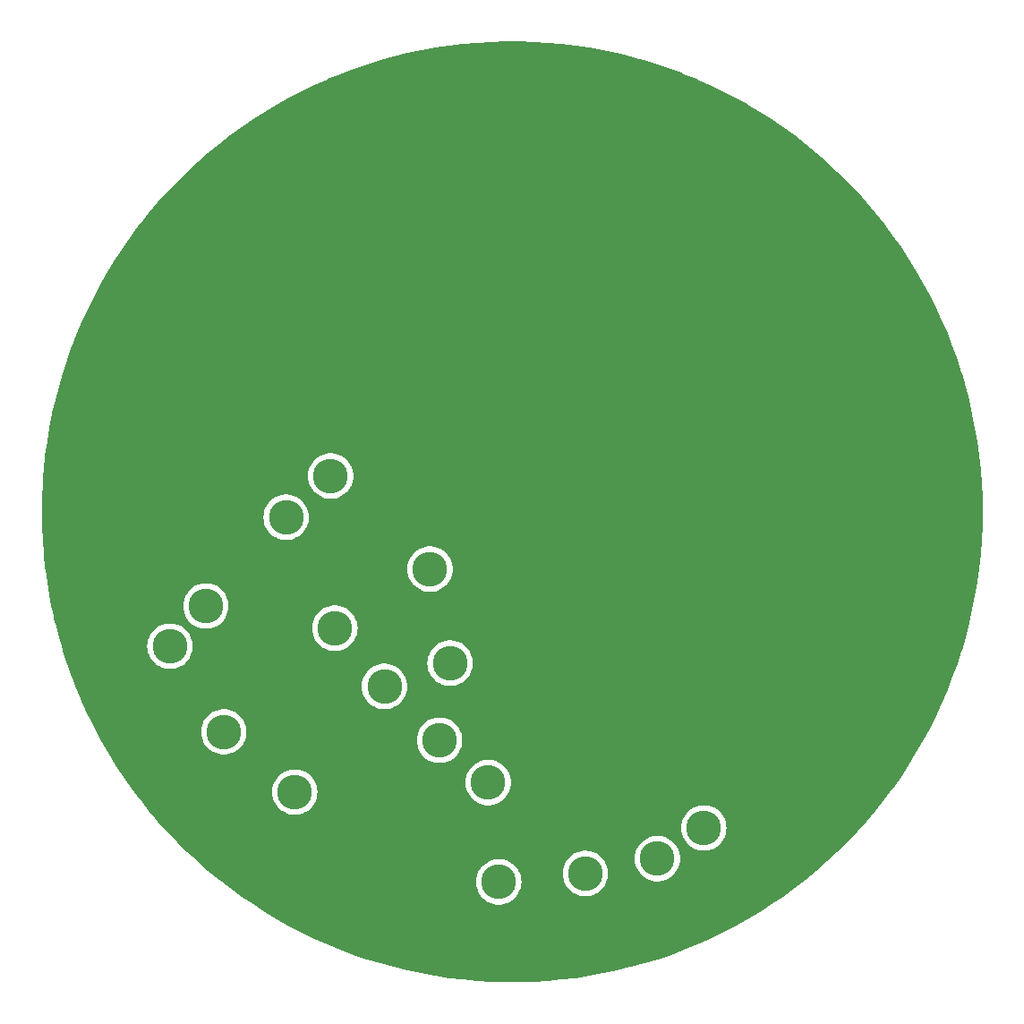
<source format=gbr>
%TF.GenerationSoftware,KiCad,Pcbnew,8.0.5*%
%TF.CreationDate,2024-12-13T13:51:08-05:00*%
%TF.ProjectId,GRRCoaster,47525243-6f61-4737-9465-722e6b696361,rev?*%
%TF.SameCoordinates,Original*%
%TF.FileFunction,Copper,L2,Bot*%
%TF.FilePolarity,Positive*%
%FSLAX46Y46*%
G04 Gerber Fmt 4.6, Leading zero omitted, Abs format (unit mm)*
G04 Created by KiCad (PCBNEW 8.0.5) date 2024-12-13 13:51:08*
%MOMM*%
%LPD*%
G01*
G04 APERTURE LIST*
%TA.AperFunction,ComponentPad*%
%ADD10C,3.290000*%
%TD*%
G04 APERTURE END LIST*
D10*
%TO.P,G1,2,2*%
%TO.N,/Nitin*%
X27322577Y-71607606D03*
X30722577Y-67807606D03*
X32422577Y-79707606D03*
X38322577Y-59407606D03*
X39122577Y-85407606D03*
X42522577Y-55507606D03*
X42922577Y-69907606D03*
X47622577Y-75407606D03*
X51922577Y-64307606D03*
X52822577Y-80507606D03*
X53822577Y-73207606D03*
X57422577Y-84507606D03*
X58422577Y-93907606D03*
X66622577Y-93107606D03*
X73422577Y-91707606D03*
X77822577Y-88807606D03*
%TD*%
%TA.AperFunction,NonConductor*%
G36*
X60367523Y-14405533D02*
G01*
X61694630Y-14445253D01*
X61698330Y-14445419D01*
X63023634Y-14524821D01*
X63027252Y-14525092D01*
X64349629Y-14644107D01*
X64353303Y-14644494D01*
X65671512Y-14803014D01*
X65675109Y-14803501D01*
X66988017Y-15001391D01*
X66991617Y-15001989D01*
X68298019Y-15239066D01*
X68301556Y-15239763D01*
X69600261Y-15515810D01*
X69603831Y-15516624D01*
X70623270Y-15765407D01*
X70893698Y-15831402D01*
X70897288Y-15832336D01*
X71710330Y-16056721D01*
X72177093Y-16185539D01*
X72180610Y-16186566D01*
X73449319Y-16577911D01*
X73452847Y-16579057D01*
X74709309Y-17008190D01*
X74712723Y-17009413D01*
X75714187Y-17385269D01*
X75955750Y-17475930D01*
X75959203Y-17477285D01*
X77187702Y-17980771D01*
X77191113Y-17982229D01*
X78403994Y-18522239D01*
X78407361Y-18523799D01*
X79603527Y-19099842D01*
X79606844Y-19101500D01*
X80785308Y-19713103D01*
X80788501Y-19714821D01*
X81914976Y-20342914D01*
X81948143Y-20361407D01*
X81951355Y-20363262D01*
X83091090Y-21044221D01*
X83094246Y-21046172D01*
X84213045Y-21760888D01*
X84216142Y-21762931D01*
X85313161Y-22510866D01*
X85316194Y-22513002D01*
X86390257Y-23293355D01*
X86393226Y-23295580D01*
X87443523Y-24107760D01*
X87446423Y-24110073D01*
X88471929Y-24953289D01*
X88474759Y-24955688D01*
X89474590Y-25829215D01*
X89477347Y-25831698D01*
X90450559Y-26734707D01*
X90453241Y-26737270D01*
X91399077Y-27669060D01*
X91401635Y-27671657D01*
X91892025Y-28184564D01*
X92319173Y-28631326D01*
X92321696Y-28634046D01*
X93210063Y-29620678D01*
X93212504Y-29623472D01*
X94070964Y-30636245D01*
X94073320Y-30639110D01*
X94901102Y-31677116D01*
X94903372Y-31680051D01*
X95699756Y-32742388D01*
X95701914Y-32745359D01*
X96466175Y-33831066D01*
X96468229Y-33834079D01*
X97199638Y-34942118D01*
X97201635Y-34945244D01*
X97899565Y-36074659D01*
X97901468Y-36077844D01*
X98565293Y-37227622D01*
X98567100Y-37230862D01*
X99196245Y-38400007D01*
X99197954Y-38403300D01*
X99791846Y-39590756D01*
X99793455Y-39594099D01*
X100351534Y-40798736D01*
X100353043Y-40802125D01*
X100874849Y-42022950D01*
X100876256Y-42026383D01*
X101361299Y-43262252D01*
X101362603Y-43265725D01*
X101810470Y-44515589D01*
X101811669Y-44519100D01*
X102221933Y-45781762D01*
X102223027Y-45785307D01*
X102508811Y-46763516D01*
X102550243Y-46905335D01*
X102595344Y-47059709D01*
X102596331Y-47063285D01*
X102930358Y-48348262D01*
X102931237Y-48351866D01*
X103226668Y-49646237D01*
X103227439Y-49649866D01*
X103484013Y-50952472D01*
X103484676Y-50956123D01*
X103702172Y-52265859D01*
X103702725Y-52269527D01*
X103880942Y-53585175D01*
X103881385Y-53588858D01*
X104020166Y-54909269D01*
X104020498Y-54912964D01*
X104119713Y-56236891D01*
X104119935Y-56240595D01*
X104179499Y-57566923D01*
X104179610Y-57570631D01*
X104199472Y-58898145D01*
X104199472Y-58901855D01*
X104179610Y-60229368D01*
X104179499Y-60233076D01*
X104119935Y-61559404D01*
X104119713Y-61563108D01*
X104020498Y-62887035D01*
X104020166Y-62890730D01*
X103881385Y-64211141D01*
X103880942Y-64214824D01*
X103702725Y-65530472D01*
X103702172Y-65534140D01*
X103484676Y-66843876D01*
X103484013Y-66847527D01*
X103227439Y-68150133D01*
X103226668Y-68153762D01*
X102931237Y-69448133D01*
X102930358Y-69451737D01*
X102596331Y-70736714D01*
X102595344Y-70740290D01*
X102223027Y-72014692D01*
X102221933Y-72018237D01*
X101811669Y-73280899D01*
X101810470Y-73284410D01*
X101362603Y-74534274D01*
X101361299Y-74537747D01*
X100876256Y-75773616D01*
X100874849Y-75777049D01*
X100353043Y-76997874D01*
X100351534Y-77001263D01*
X99793455Y-78205900D01*
X99791846Y-78209243D01*
X99197954Y-79396699D01*
X99196245Y-79399992D01*
X98567100Y-80569137D01*
X98565293Y-80572377D01*
X97901468Y-81722155D01*
X97899565Y-81725340D01*
X97201635Y-82854755D01*
X97199638Y-82857881D01*
X96468229Y-83965920D01*
X96466154Y-83968963D01*
X95880858Y-84800434D01*
X95701936Y-85054610D01*
X95699756Y-85057611D01*
X94903372Y-86119948D01*
X94901102Y-86122883D01*
X94073320Y-87160889D01*
X94070964Y-87163754D01*
X93212504Y-88176527D01*
X93210063Y-88179321D01*
X92321696Y-89165953D01*
X92319173Y-89168673D01*
X91401658Y-90128319D01*
X91399054Y-90130962D01*
X90453241Y-91062729D01*
X90450559Y-91065292D01*
X89477347Y-91968301D01*
X89474590Y-91970784D01*
X88474759Y-92844311D01*
X88471929Y-92846710D01*
X87446423Y-93689926D01*
X87443523Y-93692239D01*
X86393226Y-94504419D01*
X86390257Y-94506644D01*
X85316194Y-95286997D01*
X85313161Y-95289133D01*
X84216142Y-96037068D01*
X84213045Y-96039111D01*
X83094246Y-96753827D01*
X83091090Y-96755778D01*
X81951355Y-97436737D01*
X81948143Y-97438592D01*
X80788538Y-98085158D01*
X80785271Y-98086916D01*
X79606845Y-98698498D01*
X79603527Y-98700157D01*
X78407361Y-99276200D01*
X78403994Y-99277760D01*
X77191113Y-99817770D01*
X77187702Y-99819228D01*
X75959203Y-100322714D01*
X75955750Y-100324069D01*
X74712763Y-100790571D01*
X74709270Y-100791823D01*
X73452847Y-101220942D01*
X73449319Y-101222088D01*
X72180641Y-101613424D01*
X72177079Y-101614464D01*
X70897288Y-101967663D01*
X70893698Y-101968597D01*
X69603854Y-102283369D01*
X69600237Y-102284194D01*
X68301607Y-102560226D01*
X68297967Y-102560943D01*
X66991647Y-102798005D01*
X66987987Y-102798613D01*
X65675148Y-102996492D01*
X65671472Y-102996990D01*
X64353311Y-103155504D01*
X64349621Y-103155892D01*
X63027292Y-103274904D01*
X63023593Y-103275181D01*
X61698333Y-103354579D01*
X61694627Y-103354745D01*
X60367524Y-103394465D01*
X60363814Y-103394521D01*
X59036186Y-103394521D01*
X59032476Y-103394465D01*
X57705372Y-103354745D01*
X57701666Y-103354579D01*
X56376406Y-103275181D01*
X56372707Y-103274904D01*
X55050378Y-103155892D01*
X55046688Y-103155504D01*
X53728527Y-102996990D01*
X53724851Y-102996492D01*
X52412012Y-102798613D01*
X52408352Y-102798005D01*
X51102032Y-102560943D01*
X51098392Y-102560226D01*
X49799762Y-102284194D01*
X49796145Y-102283369D01*
X48506301Y-101968597D01*
X48502711Y-101967663D01*
X47222920Y-101614464D01*
X47219358Y-101613424D01*
X45950680Y-101222088D01*
X45947152Y-101220942D01*
X44690729Y-100791823D01*
X44687236Y-100790571D01*
X43444249Y-100324069D01*
X43440796Y-100322714D01*
X42212297Y-99819228D01*
X42208886Y-99817770D01*
X40996005Y-99277760D01*
X40992638Y-99276200D01*
X39796472Y-98700157D01*
X39793154Y-98698498D01*
X38614728Y-98086916D01*
X38611461Y-98085158D01*
X38606186Y-98082217D01*
X38185128Y-97847445D01*
X37451856Y-97438592D01*
X37448644Y-97436737D01*
X36308909Y-96755778D01*
X36305753Y-96753827D01*
X35186954Y-96039111D01*
X35183857Y-96037068D01*
X34086838Y-95289133D01*
X34083805Y-95286997D01*
X33009742Y-94506644D01*
X33006773Y-94504419D01*
X32234985Y-93907606D01*
X56272064Y-93907606D01*
X56292093Y-94200434D01*
X56292094Y-94200436D01*
X56351807Y-94487795D01*
X56351812Y-94487812D01*
X56419859Y-94679278D01*
X56450102Y-94764373D01*
X56585137Y-95024978D01*
X56754400Y-95264769D01*
X56754404Y-95264773D01*
X56754404Y-95264774D01*
X56954741Y-95479281D01*
X57182418Y-95664510D01*
X57433208Y-95817019D01*
X57702409Y-95933948D01*
X57702414Y-95933950D01*
X57985042Y-96013139D01*
X58240682Y-96048276D01*
X58275820Y-96053106D01*
X58275821Y-96053106D01*
X58569334Y-96053106D01*
X58600683Y-96048797D01*
X58860112Y-96013139D01*
X59142740Y-95933950D01*
X59232477Y-95894971D01*
X59411945Y-95817019D01*
X59411948Y-95817017D01*
X59411953Y-95817015D01*
X59662736Y-95664510D01*
X59890416Y-95479278D01*
X60090754Y-95264769D01*
X60260017Y-95024978D01*
X60395052Y-94764373D01*
X60493343Y-94487807D01*
X60493344Y-94487800D01*
X60493346Y-94487795D01*
X60521066Y-94354394D01*
X60553060Y-94200434D01*
X60573090Y-93907606D01*
X60553060Y-93614778D01*
X60521834Y-93464510D01*
X60493346Y-93327416D01*
X60493341Y-93327399D01*
X60415227Y-93107606D01*
X64472064Y-93107606D01*
X64492093Y-93400434D01*
X64492094Y-93400436D01*
X64551807Y-93687795D01*
X64551812Y-93687812D01*
X64629927Y-93907606D01*
X64650102Y-93964373D01*
X64785137Y-94224978D01*
X64954400Y-94464769D01*
X64954404Y-94464773D01*
X64954404Y-94464774D01*
X65154741Y-94679281D01*
X65382418Y-94864510D01*
X65633208Y-95017019D01*
X65902409Y-95133948D01*
X65902414Y-95133950D01*
X66185042Y-95213139D01*
X66440682Y-95248276D01*
X66475820Y-95253106D01*
X66475821Y-95253106D01*
X66769334Y-95253106D01*
X66800683Y-95248797D01*
X67060112Y-95213139D01*
X67342740Y-95133950D01*
X67432477Y-95094971D01*
X67611945Y-95017019D01*
X67611948Y-95017017D01*
X67611953Y-95017015D01*
X67862736Y-94864510D01*
X68090416Y-94679278D01*
X68290754Y-94464769D01*
X68460017Y-94224978D01*
X68595052Y-93964373D01*
X68693343Y-93687807D01*
X68693344Y-93687800D01*
X68693346Y-93687795D01*
X68721066Y-93554394D01*
X68753060Y-93400434D01*
X68773090Y-93107606D01*
X68753060Y-92814778D01*
X68732442Y-92715562D01*
X68693346Y-92527416D01*
X68693341Y-92527399D01*
X68666664Y-92452339D01*
X68595052Y-92250839D01*
X68460017Y-91990234D01*
X68290754Y-91750443D01*
X68290749Y-91750437D01*
X68250747Y-91707606D01*
X71272064Y-91707606D01*
X71292093Y-92000434D01*
X71292094Y-92000436D01*
X71351807Y-92287795D01*
X71351812Y-92287812D01*
X71445151Y-92550443D01*
X71450102Y-92564373D01*
X71585137Y-92824978D01*
X71754400Y-93064769D01*
X71754404Y-93064773D01*
X71754404Y-93064774D01*
X71954741Y-93279281D01*
X72182418Y-93464510D01*
X72429522Y-93614778D01*
X72433208Y-93617019D01*
X72702409Y-93733948D01*
X72702414Y-93733950D01*
X72985042Y-93813139D01*
X73240682Y-93848276D01*
X73275820Y-93853106D01*
X73275821Y-93853106D01*
X73569334Y-93853106D01*
X73600683Y-93848797D01*
X73860112Y-93813139D01*
X74142740Y-93733950D01*
X74248961Y-93687812D01*
X74411945Y-93617019D01*
X74411948Y-93617017D01*
X74411953Y-93617015D01*
X74662736Y-93464510D01*
X74890416Y-93279278D01*
X75090754Y-93064769D01*
X75260017Y-92824978D01*
X75395052Y-92564373D01*
X75493343Y-92287807D01*
X75493344Y-92287800D01*
X75493346Y-92287795D01*
X75521834Y-92150701D01*
X75553060Y-92000434D01*
X75573090Y-91707606D01*
X75553060Y-91414778D01*
X75508053Y-91198192D01*
X75493346Y-91127416D01*
X75493341Y-91127399D01*
X75417193Y-90913138D01*
X75395052Y-90850839D01*
X75260017Y-90590234D01*
X75090754Y-90350443D01*
X75090749Y-90350437D01*
X74890412Y-90135930D01*
X74662735Y-89950701D01*
X74411945Y-89798192D01*
X74142744Y-89681263D01*
X73860117Y-89602074D01*
X73860113Y-89602073D01*
X73860112Y-89602073D01*
X73714722Y-89582089D01*
X73569334Y-89562106D01*
X73569333Y-89562106D01*
X73275821Y-89562106D01*
X73275820Y-89562106D01*
X72985042Y-89602073D01*
X72985036Y-89602074D01*
X72702409Y-89681263D01*
X72433208Y-89798192D01*
X72182418Y-89950701D01*
X71954741Y-90135930D01*
X71754404Y-90350437D01*
X71754404Y-90350438D01*
X71585137Y-90590233D01*
X71450101Y-90850840D01*
X71351812Y-91127399D01*
X71351807Y-91127416D01*
X71292094Y-91414775D01*
X71292093Y-91414777D01*
X71272064Y-91707606D01*
X68250747Y-91707606D01*
X68090412Y-91535930D01*
X67862735Y-91350701D01*
X67611945Y-91198192D01*
X67342744Y-91081263D01*
X67060117Y-91002074D01*
X67060113Y-91002073D01*
X67060112Y-91002073D01*
X66914722Y-90982089D01*
X66769334Y-90962106D01*
X66769333Y-90962106D01*
X66475821Y-90962106D01*
X66475820Y-90962106D01*
X66185042Y-91002073D01*
X66185036Y-91002074D01*
X65902409Y-91081263D01*
X65633208Y-91198192D01*
X65382418Y-91350701D01*
X65154741Y-91535930D01*
X64954404Y-91750437D01*
X64954404Y-91750438D01*
X64954401Y-91750440D01*
X64954400Y-91750443D01*
X64917956Y-91802073D01*
X64785137Y-91990233D01*
X64650101Y-92250840D01*
X64551812Y-92527399D01*
X64551807Y-92527416D01*
X64492094Y-92814775D01*
X64492093Y-92814777D01*
X64472064Y-93107606D01*
X60415227Y-93107606D01*
X60400004Y-93064773D01*
X60395052Y-93050839D01*
X60260017Y-92790234D01*
X60090754Y-92550443D01*
X60090749Y-92550437D01*
X59890412Y-92335930D01*
X59662735Y-92150701D01*
X59411945Y-91998192D01*
X59142744Y-91881263D01*
X58860117Y-91802074D01*
X58860113Y-91802073D01*
X58860112Y-91802073D01*
X58714722Y-91782089D01*
X58569334Y-91762106D01*
X58569333Y-91762106D01*
X58275821Y-91762106D01*
X58275820Y-91762106D01*
X57985042Y-91802073D01*
X57985036Y-91802074D01*
X57702409Y-91881263D01*
X57433208Y-91998192D01*
X57182418Y-92150701D01*
X56954741Y-92335930D01*
X56754404Y-92550437D01*
X56754404Y-92550438D01*
X56754401Y-92550440D01*
X56754400Y-92550443D01*
X56686694Y-92646359D01*
X56585137Y-92790233D01*
X56450101Y-93050840D01*
X56351812Y-93327399D01*
X56351807Y-93327416D01*
X56292094Y-93614775D01*
X56292093Y-93614777D01*
X56272064Y-93907606D01*
X32234985Y-93907606D01*
X31956476Y-93692239D01*
X31953576Y-93689926D01*
X30928070Y-92846710D01*
X30925240Y-92844311D01*
X30245957Y-92250839D01*
X29925405Y-91970781D01*
X29922652Y-91968301D01*
X28949440Y-91065292D01*
X28946758Y-91062729D01*
X28473907Y-90596900D01*
X28000922Y-90130939D01*
X27998364Y-90128342D01*
X27080826Y-89168673D01*
X27078303Y-89165953D01*
X26755646Y-88807606D01*
X75672064Y-88807606D01*
X75692093Y-89100434D01*
X75692094Y-89100436D01*
X75751807Y-89387795D01*
X75751812Y-89387812D01*
X75827961Y-89602074D01*
X75850102Y-89664373D01*
X75985137Y-89924978D01*
X76154400Y-90164769D01*
X76154404Y-90164773D01*
X76154404Y-90164774D01*
X76354741Y-90379281D01*
X76582418Y-90564510D01*
X76833208Y-90717019D01*
X77102409Y-90833948D01*
X77102414Y-90833950D01*
X77385042Y-90913139D01*
X77640682Y-90948276D01*
X77675820Y-90953106D01*
X77675821Y-90953106D01*
X77969334Y-90953106D01*
X78000683Y-90948797D01*
X78260112Y-90913139D01*
X78542740Y-90833950D01*
X78632477Y-90794971D01*
X78811945Y-90717019D01*
X78811948Y-90717017D01*
X78811953Y-90717015D01*
X79062736Y-90564510D01*
X79290416Y-90379278D01*
X79490754Y-90164769D01*
X79660017Y-89924978D01*
X79795052Y-89664373D01*
X79893343Y-89387807D01*
X79893344Y-89387800D01*
X79893346Y-89387795D01*
X79921066Y-89254394D01*
X79953060Y-89100434D01*
X79973090Y-88807606D01*
X79953060Y-88514778D01*
X79932442Y-88415562D01*
X79893346Y-88227416D01*
X79893341Y-88227399D01*
X79795052Y-87950840D01*
X79795052Y-87950839D01*
X79660017Y-87690234D01*
X79490754Y-87450443D01*
X79490749Y-87450437D01*
X79290412Y-87235930D01*
X79062735Y-87050701D01*
X78811945Y-86898192D01*
X78542744Y-86781263D01*
X78260117Y-86702074D01*
X78260113Y-86702073D01*
X78260112Y-86702073D01*
X78114722Y-86682089D01*
X77969334Y-86662106D01*
X77969333Y-86662106D01*
X77675821Y-86662106D01*
X77675820Y-86662106D01*
X77385042Y-86702073D01*
X77385036Y-86702074D01*
X77102409Y-86781263D01*
X76833208Y-86898192D01*
X76582418Y-87050701D01*
X76354741Y-87235930D01*
X76154404Y-87450437D01*
X76154404Y-87450438D01*
X75985137Y-87690233D01*
X75850101Y-87950840D01*
X75751812Y-88227399D01*
X75751807Y-88227416D01*
X75692094Y-88514775D01*
X75692093Y-88514777D01*
X75672064Y-88807606D01*
X26755646Y-88807606D01*
X26189936Y-88179321D01*
X26187495Y-88176527D01*
X25659063Y-87553106D01*
X25329014Y-87163728D01*
X25326700Y-87160915D01*
X24498897Y-86122883D01*
X24496627Y-86119948D01*
X23962618Y-85407606D01*
X36972064Y-85407606D01*
X36992093Y-85700434D01*
X36992094Y-85700436D01*
X37051807Y-85987795D01*
X37051812Y-85987812D01*
X37150101Y-86264371D01*
X37150102Y-86264373D01*
X37285137Y-86524978D01*
X37454400Y-86764769D01*
X37454404Y-86764773D01*
X37454404Y-86764774D01*
X37654741Y-86979281D01*
X37877967Y-87160889D01*
X37882418Y-87164510D01*
X37999869Y-87235934D01*
X38133208Y-87317019D01*
X38402409Y-87433948D01*
X38402414Y-87433950D01*
X38685042Y-87513139D01*
X38940682Y-87548276D01*
X38975820Y-87553106D01*
X38975821Y-87553106D01*
X39269334Y-87553106D01*
X39300683Y-87548797D01*
X39560112Y-87513139D01*
X39842740Y-87433950D01*
X39932477Y-87394971D01*
X40111945Y-87317019D01*
X40111948Y-87317017D01*
X40111953Y-87317015D01*
X40362736Y-87164510D01*
X40590416Y-86979278D01*
X40790754Y-86764769D01*
X40960017Y-86524978D01*
X41095052Y-86264373D01*
X41193343Y-85987807D01*
X41193344Y-85987800D01*
X41193346Y-85987795D01*
X41221066Y-85854394D01*
X41253060Y-85700434D01*
X41273090Y-85407606D01*
X41253060Y-85114778D01*
X41232442Y-85015562D01*
X41193346Y-84827416D01*
X41193341Y-84827399D01*
X41095052Y-84550840D01*
X41095052Y-84550839D01*
X41072650Y-84507606D01*
X55272064Y-84507606D01*
X55292093Y-84800434D01*
X55292094Y-84800436D01*
X55351807Y-85087795D01*
X55351812Y-85087812D01*
X55361396Y-85114778D01*
X55450102Y-85364373D01*
X55585137Y-85624978D01*
X55754400Y-85864769D01*
X55754404Y-85864773D01*
X55754404Y-85864774D01*
X55954741Y-86079281D01*
X56182418Y-86264510D01*
X56433208Y-86417019D01*
X56681758Y-86524978D01*
X56702414Y-86533950D01*
X56985042Y-86613139D01*
X57240682Y-86648276D01*
X57275820Y-86653106D01*
X57275821Y-86653106D01*
X57569334Y-86653106D01*
X57600683Y-86648797D01*
X57860112Y-86613139D01*
X58142740Y-86533950D01*
X58232477Y-86494971D01*
X58411945Y-86417019D01*
X58411948Y-86417017D01*
X58411953Y-86417015D01*
X58662736Y-86264510D01*
X58890416Y-86079278D01*
X59090754Y-85864769D01*
X59260017Y-85624978D01*
X59395052Y-85364373D01*
X59493343Y-85087807D01*
X59493344Y-85087800D01*
X59493346Y-85087795D01*
X59547455Y-84827405D01*
X59553060Y-84800434D01*
X59573090Y-84507606D01*
X59553060Y-84214778D01*
X59518910Y-84050438D01*
X59493346Y-83927416D01*
X59493341Y-83927399D01*
X59395052Y-83650840D01*
X59395052Y-83650839D01*
X59260017Y-83390234D01*
X59090754Y-83150443D01*
X59090749Y-83150437D01*
X58890412Y-82935930D01*
X58662735Y-82750701D01*
X58411945Y-82598192D01*
X58142744Y-82481263D01*
X57860117Y-82402074D01*
X57860113Y-82402073D01*
X57860112Y-82402073D01*
X57714722Y-82382089D01*
X57569334Y-82362106D01*
X57569333Y-82362106D01*
X57275821Y-82362106D01*
X57275820Y-82362106D01*
X56985042Y-82402073D01*
X56985036Y-82402074D01*
X56702409Y-82481263D01*
X56433208Y-82598192D01*
X56182418Y-82750701D01*
X55954741Y-82935930D01*
X55754404Y-83150437D01*
X55754404Y-83150438D01*
X55585137Y-83390233D01*
X55450101Y-83650840D01*
X55351812Y-83927399D01*
X55351807Y-83927416D01*
X55292094Y-84214775D01*
X55292093Y-84214777D01*
X55272064Y-84507606D01*
X41072650Y-84507606D01*
X40960017Y-84290234D01*
X40790754Y-84050443D01*
X40790749Y-84050437D01*
X40590412Y-83835930D01*
X40362735Y-83650701D01*
X40111945Y-83498192D01*
X39842744Y-83381263D01*
X39560117Y-83302074D01*
X39560113Y-83302073D01*
X39560112Y-83302073D01*
X39414722Y-83282089D01*
X39269334Y-83262106D01*
X39269333Y-83262106D01*
X38975821Y-83262106D01*
X38975820Y-83262106D01*
X38685042Y-83302073D01*
X38685036Y-83302074D01*
X38402409Y-83381263D01*
X38133208Y-83498192D01*
X37882418Y-83650701D01*
X37654741Y-83835930D01*
X37454404Y-84050437D01*
X37454404Y-84050438D01*
X37285137Y-84290233D01*
X37150101Y-84550840D01*
X37051812Y-84827399D01*
X37051807Y-84827416D01*
X36992094Y-85114775D01*
X36992093Y-85114777D01*
X36972064Y-85407606D01*
X23962618Y-85407606D01*
X23930207Y-85364371D01*
X23700235Y-85057600D01*
X23698093Y-85054652D01*
X22933814Y-83968918D01*
X22931795Y-83965956D01*
X22200361Y-82857881D01*
X22198364Y-82854755D01*
X21500434Y-81725340D01*
X21498531Y-81722155D01*
X20834706Y-80572377D01*
X20832899Y-80569137D01*
X20369289Y-79707606D01*
X30272064Y-79707606D01*
X30292093Y-80000434D01*
X30292094Y-80000436D01*
X30351807Y-80287795D01*
X30351812Y-80287812D01*
X30429927Y-80507606D01*
X30450102Y-80564373D01*
X30585137Y-80824978D01*
X30754400Y-81064769D01*
X30754404Y-81064773D01*
X30754404Y-81064774D01*
X30954741Y-81279281D01*
X31182418Y-81464510D01*
X31433208Y-81617019D01*
X31702409Y-81733948D01*
X31702414Y-81733950D01*
X31985042Y-81813139D01*
X32240682Y-81848276D01*
X32275820Y-81853106D01*
X32275821Y-81853106D01*
X32569334Y-81853106D01*
X32600683Y-81848797D01*
X32860112Y-81813139D01*
X33142740Y-81733950D01*
X33232477Y-81694971D01*
X33411945Y-81617019D01*
X33411948Y-81617017D01*
X33411953Y-81617015D01*
X33662736Y-81464510D01*
X33890416Y-81279278D01*
X34090754Y-81064769D01*
X34260017Y-80824978D01*
X34395052Y-80564373D01*
X34415227Y-80507606D01*
X50672064Y-80507606D01*
X50692093Y-80800434D01*
X50692094Y-80800436D01*
X50751807Y-81087795D01*
X50751812Y-81087812D01*
X50819859Y-81279278D01*
X50850102Y-81364373D01*
X50985137Y-81624978D01*
X51154400Y-81864769D01*
X51154404Y-81864773D01*
X51154404Y-81864774D01*
X51354741Y-82079281D01*
X51582418Y-82264510D01*
X51742907Y-82362106D01*
X51833208Y-82417019D01*
X52102409Y-82533948D01*
X52102414Y-82533950D01*
X52385042Y-82613139D01*
X52640682Y-82648276D01*
X52675820Y-82653106D01*
X52675821Y-82653106D01*
X52969334Y-82653106D01*
X53000683Y-82648797D01*
X53260112Y-82613139D01*
X53542740Y-82533950D01*
X53632477Y-82494971D01*
X53811945Y-82417019D01*
X53811948Y-82417017D01*
X53811953Y-82417015D01*
X54062736Y-82264510D01*
X54290416Y-82079278D01*
X54490754Y-81864769D01*
X54660017Y-81624978D01*
X54795052Y-81364373D01*
X54893343Y-81087807D01*
X54893344Y-81087800D01*
X54893346Y-81087795D01*
X54921066Y-80954394D01*
X54953060Y-80800434D01*
X54973090Y-80507606D01*
X54953060Y-80214778D01*
X54932442Y-80115562D01*
X54893346Y-79927416D01*
X54893341Y-79927399D01*
X54795052Y-79650840D01*
X54795052Y-79650839D01*
X54660017Y-79390234D01*
X54490754Y-79150443D01*
X54490749Y-79150437D01*
X54290412Y-78935930D01*
X54062735Y-78750701D01*
X53811945Y-78598192D01*
X53542744Y-78481263D01*
X53260117Y-78402074D01*
X53260113Y-78402073D01*
X53260112Y-78402073D01*
X53114722Y-78382089D01*
X52969334Y-78362106D01*
X52969333Y-78362106D01*
X52675821Y-78362106D01*
X52675820Y-78362106D01*
X52385042Y-78402073D01*
X52385036Y-78402074D01*
X52102409Y-78481263D01*
X51833208Y-78598192D01*
X51582418Y-78750701D01*
X51354741Y-78935930D01*
X51154404Y-79150437D01*
X51154404Y-79150438D01*
X50985137Y-79390233D01*
X50850101Y-79650840D01*
X50751812Y-79927399D01*
X50751807Y-79927416D01*
X50692094Y-80214775D01*
X50692093Y-80214777D01*
X50672064Y-80507606D01*
X34415227Y-80507606D01*
X34493343Y-80287807D01*
X34493344Y-80287800D01*
X34493346Y-80287795D01*
X34521066Y-80154394D01*
X34553060Y-80000434D01*
X34573090Y-79707606D01*
X34553060Y-79414778D01*
X34532442Y-79315562D01*
X34493346Y-79127416D01*
X34493341Y-79127399D01*
X34466664Y-79052339D01*
X34395052Y-78850839D01*
X34260017Y-78590234D01*
X34090754Y-78350443D01*
X34090749Y-78350437D01*
X33890412Y-78135930D01*
X33662735Y-77950701D01*
X33411945Y-77798192D01*
X33142744Y-77681263D01*
X32860117Y-77602074D01*
X32860113Y-77602073D01*
X32860112Y-77602073D01*
X32714722Y-77582089D01*
X32569334Y-77562106D01*
X32569333Y-77562106D01*
X32275821Y-77562106D01*
X32275820Y-77562106D01*
X31985042Y-77602073D01*
X31985036Y-77602074D01*
X31702409Y-77681263D01*
X31433208Y-77798192D01*
X31182418Y-77950701D01*
X30954741Y-78135930D01*
X30754404Y-78350437D01*
X30754404Y-78350438D01*
X30754401Y-78350440D01*
X30754400Y-78350443D01*
X30717956Y-78402073D01*
X30585137Y-78590233D01*
X30450101Y-78850840D01*
X30351812Y-79127399D01*
X30351807Y-79127416D01*
X30292094Y-79414775D01*
X30292093Y-79414777D01*
X30272064Y-79707606D01*
X20369289Y-79707606D01*
X20203733Y-79399952D01*
X20202066Y-79396739D01*
X19608147Y-78209230D01*
X19606544Y-78205900D01*
X19574130Y-78135934D01*
X19048462Y-77001258D01*
X19046956Y-76997874D01*
X18947322Y-76764769D01*
X18525145Y-75777038D01*
X18523743Y-75773616D01*
X18380094Y-75407606D01*
X45472064Y-75407606D01*
X45492093Y-75700434D01*
X45492094Y-75700436D01*
X45551807Y-75987795D01*
X45551812Y-75987812D01*
X45650101Y-76264371D01*
X45650102Y-76264373D01*
X45785137Y-76524978D01*
X45954400Y-76764769D01*
X45954404Y-76764773D01*
X45954404Y-76764774D01*
X46154741Y-76979281D01*
X46382418Y-77164510D01*
X46633208Y-77317019D01*
X46902409Y-77433948D01*
X46902414Y-77433950D01*
X47185042Y-77513139D01*
X47440682Y-77548276D01*
X47475820Y-77553106D01*
X47475821Y-77553106D01*
X47769334Y-77553106D01*
X47800683Y-77548797D01*
X48060112Y-77513139D01*
X48342740Y-77433950D01*
X48432477Y-77394971D01*
X48611945Y-77317019D01*
X48611948Y-77317017D01*
X48611953Y-77317015D01*
X48862736Y-77164510D01*
X49090416Y-76979278D01*
X49290754Y-76764769D01*
X49460017Y-76524978D01*
X49595052Y-76264373D01*
X49693343Y-75987807D01*
X49693344Y-75987800D01*
X49693346Y-75987795D01*
X49737139Y-75777049D01*
X49753060Y-75700434D01*
X49773090Y-75407606D01*
X49753060Y-75114778D01*
X49721834Y-74964510D01*
X49693346Y-74827416D01*
X49693341Y-74827399D01*
X49600004Y-74564773D01*
X49595052Y-74550839D01*
X49460017Y-74290234D01*
X49290754Y-74050443D01*
X49290749Y-74050437D01*
X49090412Y-73835930D01*
X48862735Y-73650701D01*
X48611945Y-73498192D01*
X48342744Y-73381263D01*
X48060117Y-73302074D01*
X48060113Y-73302073D01*
X48060112Y-73302073D01*
X47906061Y-73280899D01*
X47769334Y-73262106D01*
X47769333Y-73262106D01*
X47475821Y-73262106D01*
X47475820Y-73262106D01*
X47185042Y-73302073D01*
X47185036Y-73302074D01*
X46902409Y-73381263D01*
X46633208Y-73498192D01*
X46382418Y-73650701D01*
X46154741Y-73835930D01*
X45954404Y-74050437D01*
X45954404Y-74050438D01*
X45954401Y-74050440D01*
X45954400Y-74050443D01*
X45886694Y-74146359D01*
X45785137Y-74290233D01*
X45650101Y-74550840D01*
X45551812Y-74827399D01*
X45551807Y-74827416D01*
X45492094Y-75114775D01*
X45492093Y-75114777D01*
X45472064Y-75407606D01*
X18380094Y-75407606D01*
X18152382Y-74827405D01*
X18038698Y-74537742D01*
X18037396Y-74534274D01*
X17589524Y-73284397D01*
X17588330Y-73280899D01*
X17555311Y-73179278D01*
X17178065Y-72018234D01*
X17176972Y-72014692D01*
X17143592Y-71900436D01*
X17058042Y-71607606D01*
X25172064Y-71607606D01*
X25192093Y-71900434D01*
X25192094Y-71900436D01*
X25251807Y-72187795D01*
X25251812Y-72187812D01*
X25350101Y-72464371D01*
X25350102Y-72464373D01*
X25485137Y-72724978D01*
X25654400Y-72964769D01*
X25654404Y-72964773D01*
X25654404Y-72964774D01*
X25854741Y-73179281D01*
X25981821Y-73282668D01*
X26082418Y-73364510D01*
X26302256Y-73498197D01*
X26333208Y-73517019D01*
X26602409Y-73633948D01*
X26602414Y-73633950D01*
X26885042Y-73713139D01*
X27140682Y-73748276D01*
X27175820Y-73753106D01*
X27175821Y-73753106D01*
X27469334Y-73753106D01*
X27500683Y-73748797D01*
X27760112Y-73713139D01*
X28042740Y-73633950D01*
X28132477Y-73594971D01*
X28311945Y-73517019D01*
X28311948Y-73517017D01*
X28311953Y-73517015D01*
X28562736Y-73364510D01*
X28755596Y-73207606D01*
X51672064Y-73207606D01*
X51692093Y-73500434D01*
X51692094Y-73500436D01*
X51751807Y-73787795D01*
X51751812Y-73787812D01*
X51845151Y-74050443D01*
X51850102Y-74064373D01*
X51985137Y-74324978D01*
X52154400Y-74564769D01*
X52154404Y-74564773D01*
X52154404Y-74564774D01*
X52354741Y-74779281D01*
X52413907Y-74827416D01*
X52582418Y-74964510D01*
X52829522Y-75114778D01*
X52833208Y-75117019D01*
X53102409Y-75233948D01*
X53102414Y-75233950D01*
X53385042Y-75313139D01*
X53640682Y-75348276D01*
X53675820Y-75353106D01*
X53675821Y-75353106D01*
X53969334Y-75353106D01*
X54000683Y-75348797D01*
X54260112Y-75313139D01*
X54542740Y-75233950D01*
X54632477Y-75194971D01*
X54811945Y-75117019D01*
X54811948Y-75117017D01*
X54811953Y-75117015D01*
X55062736Y-74964510D01*
X55290416Y-74779278D01*
X55490754Y-74564769D01*
X55660017Y-74324978D01*
X55795052Y-74064373D01*
X55893343Y-73787807D01*
X55893344Y-73787800D01*
X55893346Y-73787795D01*
X55925315Y-73633948D01*
X55953060Y-73500434D01*
X55973090Y-73207606D01*
X55953060Y-72914778D01*
X55913619Y-72724978D01*
X55893346Y-72627416D01*
X55893341Y-72627399D01*
X55795052Y-72350840D01*
X55795052Y-72350839D01*
X55660017Y-72090234D01*
X55490754Y-71850443D01*
X55490749Y-71850437D01*
X55290412Y-71635930D01*
X55062735Y-71450701D01*
X54811945Y-71298192D01*
X54542744Y-71181263D01*
X54260117Y-71102074D01*
X54260113Y-71102073D01*
X54260112Y-71102073D01*
X54114722Y-71082089D01*
X53969334Y-71062106D01*
X53969333Y-71062106D01*
X53675821Y-71062106D01*
X53675820Y-71062106D01*
X53385042Y-71102073D01*
X53385036Y-71102074D01*
X53102409Y-71181263D01*
X52833208Y-71298192D01*
X52582418Y-71450701D01*
X52354741Y-71635930D01*
X52154404Y-71850437D01*
X52154404Y-71850438D01*
X52154401Y-71850440D01*
X52154400Y-71850443D01*
X52119111Y-71900436D01*
X51985137Y-72090233D01*
X51850101Y-72350840D01*
X51751812Y-72627399D01*
X51751807Y-72627416D01*
X51692094Y-72914775D01*
X51692093Y-72914777D01*
X51672064Y-73207606D01*
X28755596Y-73207606D01*
X28790416Y-73179278D01*
X28990754Y-72964769D01*
X29160017Y-72724978D01*
X29295052Y-72464373D01*
X29393343Y-72187807D01*
X29393344Y-72187800D01*
X29393346Y-72187795D01*
X29429317Y-72014692D01*
X29453060Y-71900434D01*
X29473090Y-71607606D01*
X29453060Y-71314778D01*
X29425315Y-71181262D01*
X29393346Y-71027416D01*
X29393341Y-71027399D01*
X29295052Y-70750840D01*
X29295052Y-70750839D01*
X29160017Y-70490234D01*
X28990754Y-70250443D01*
X28990749Y-70250437D01*
X28790412Y-70035930D01*
X28562735Y-69850701D01*
X28311945Y-69698192D01*
X28042744Y-69581263D01*
X27760117Y-69502074D01*
X27760113Y-69502073D01*
X27760112Y-69502073D01*
X27614722Y-69482089D01*
X27469334Y-69462106D01*
X27469333Y-69462106D01*
X27175821Y-69462106D01*
X27175820Y-69462106D01*
X26885042Y-69502073D01*
X26885036Y-69502074D01*
X26602409Y-69581263D01*
X26333208Y-69698192D01*
X26082418Y-69850701D01*
X25854741Y-70035930D01*
X25654404Y-70250437D01*
X25654404Y-70250438D01*
X25485137Y-70490233D01*
X25350101Y-70750840D01*
X25251812Y-71027399D01*
X25251807Y-71027416D01*
X25192094Y-71314775D01*
X25192093Y-71314777D01*
X25172064Y-71607606D01*
X17058042Y-71607606D01*
X16804639Y-70740234D01*
X16803683Y-70736770D01*
X16469634Y-69451709D01*
X16468762Y-69448133D01*
X16453046Y-69379278D01*
X16214910Y-68335930D01*
X16173331Y-68153762D01*
X16172560Y-68150133D01*
X16105093Y-67807606D01*
X28572064Y-67807606D01*
X28592093Y-68100434D01*
X28592094Y-68100436D01*
X28651807Y-68387795D01*
X28651812Y-68387812D01*
X28750101Y-68664371D01*
X28750102Y-68664373D01*
X28885137Y-68924978D01*
X29054400Y-69164769D01*
X29054404Y-69164773D01*
X29054404Y-69164774D01*
X29254741Y-69379281D01*
X29356547Y-69462106D01*
X29482418Y-69564510D01*
X29702256Y-69698197D01*
X29733208Y-69717019D01*
X30002409Y-69833948D01*
X30002414Y-69833950D01*
X30285042Y-69913139D01*
X30540682Y-69948276D01*
X30575820Y-69953106D01*
X30575821Y-69953106D01*
X30869334Y-69953106D01*
X30900683Y-69948797D01*
X31160112Y-69913139D01*
X31179859Y-69907606D01*
X40772064Y-69907606D01*
X40792093Y-70200434D01*
X40792094Y-70200436D01*
X40851807Y-70487795D01*
X40851812Y-70487812D01*
X40940272Y-70736714D01*
X40950102Y-70764373D01*
X41085137Y-71024978D01*
X41254400Y-71264769D01*
X41254404Y-71264773D01*
X41254404Y-71264774D01*
X41454741Y-71479281D01*
X41682418Y-71664510D01*
X41933208Y-71817019D01*
X42202409Y-71933948D01*
X42202414Y-71933950D01*
X42485042Y-72013139D01*
X42740682Y-72048276D01*
X42775820Y-72053106D01*
X42775821Y-72053106D01*
X43069334Y-72053106D01*
X43100683Y-72048797D01*
X43360112Y-72013139D01*
X43642740Y-71933950D01*
X43834994Y-71850443D01*
X43911945Y-71817019D01*
X43911948Y-71817017D01*
X43911953Y-71817015D01*
X44162736Y-71664510D01*
X44390416Y-71479278D01*
X44590754Y-71264769D01*
X44760017Y-71024978D01*
X44895052Y-70764373D01*
X44993343Y-70487807D01*
X44993344Y-70487800D01*
X44993346Y-70487795D01*
X45042669Y-70250437D01*
X45053060Y-70200434D01*
X45073090Y-69907606D01*
X45053060Y-69614778D01*
X45018431Y-69448133D01*
X44993346Y-69327416D01*
X44993341Y-69327399D01*
X44895052Y-69050840D01*
X44895052Y-69050839D01*
X44760017Y-68790234D01*
X44590754Y-68550443D01*
X44590749Y-68550437D01*
X44390412Y-68335930D01*
X44162735Y-68150701D01*
X43911945Y-67998192D01*
X43642744Y-67881263D01*
X43360117Y-67802074D01*
X43360113Y-67802073D01*
X43360112Y-67802073D01*
X43214722Y-67782089D01*
X43069334Y-67762106D01*
X43069333Y-67762106D01*
X42775821Y-67762106D01*
X42775820Y-67762106D01*
X42485042Y-67802073D01*
X42485036Y-67802074D01*
X42202409Y-67881263D01*
X41933208Y-67998192D01*
X41682418Y-68150701D01*
X41454741Y-68335930D01*
X41254404Y-68550437D01*
X41254404Y-68550438D01*
X41085137Y-68790233D01*
X40950101Y-69050840D01*
X40851812Y-69327399D01*
X40851807Y-69327416D01*
X40792094Y-69614775D01*
X40792093Y-69614777D01*
X40772064Y-69907606D01*
X31179859Y-69907606D01*
X31442740Y-69833950D01*
X31532477Y-69794971D01*
X31711945Y-69717019D01*
X31711948Y-69717017D01*
X31711953Y-69717015D01*
X31962736Y-69564510D01*
X32190416Y-69379278D01*
X32390754Y-69164769D01*
X32560017Y-68924978D01*
X32695052Y-68664373D01*
X32793343Y-68387807D01*
X32793344Y-68387800D01*
X32793346Y-68387795D01*
X32842732Y-68150133D01*
X32853060Y-68100434D01*
X32873090Y-67807606D01*
X32853060Y-67514778D01*
X32832442Y-67415562D01*
X32793346Y-67227416D01*
X32793341Y-67227399D01*
X32695052Y-66950840D01*
X32695052Y-66950839D01*
X32560017Y-66690234D01*
X32390754Y-66450443D01*
X32390749Y-66450437D01*
X32190412Y-66235930D01*
X31962735Y-66050701D01*
X31711945Y-65898192D01*
X31442744Y-65781263D01*
X31160117Y-65702074D01*
X31160113Y-65702073D01*
X31160112Y-65702073D01*
X31014722Y-65682089D01*
X30869334Y-65662106D01*
X30869333Y-65662106D01*
X30575821Y-65662106D01*
X30575820Y-65662106D01*
X30285042Y-65702073D01*
X30285036Y-65702074D01*
X30002409Y-65781263D01*
X29733208Y-65898192D01*
X29482418Y-66050701D01*
X29254741Y-66235930D01*
X29054404Y-66450437D01*
X29054404Y-66450438D01*
X29054401Y-66450440D01*
X29054400Y-66450443D01*
X28986694Y-66546359D01*
X28885137Y-66690233D01*
X28750101Y-66950840D01*
X28651812Y-67227399D01*
X28651807Y-67227416D01*
X28592094Y-67514775D01*
X28592093Y-67514777D01*
X28572064Y-67807606D01*
X16105093Y-67807606D01*
X15990813Y-67227416D01*
X15915983Y-66847511D01*
X15915323Y-66843876D01*
X15889809Y-66690233D01*
X15697821Y-65534103D01*
X15697279Y-65530509D01*
X15531625Y-64307606D01*
X49772064Y-64307606D01*
X49792093Y-64600434D01*
X49792094Y-64600436D01*
X49851807Y-64887795D01*
X49851812Y-64887812D01*
X49950101Y-65164371D01*
X49950102Y-65164373D01*
X50085137Y-65424978D01*
X50254400Y-65664769D01*
X50254404Y-65664773D01*
X50254404Y-65664774D01*
X50454741Y-65879281D01*
X50682418Y-66064510D01*
X50933208Y-66217019D01*
X51202409Y-66333948D01*
X51202414Y-66333950D01*
X51485042Y-66413139D01*
X51740682Y-66448276D01*
X51775820Y-66453106D01*
X51775821Y-66453106D01*
X52069334Y-66453106D01*
X52100683Y-66448797D01*
X52360112Y-66413139D01*
X52642740Y-66333950D01*
X52732477Y-66294971D01*
X52911945Y-66217019D01*
X52911948Y-66217017D01*
X52911953Y-66217015D01*
X53162736Y-66064510D01*
X53390416Y-65879278D01*
X53590754Y-65664769D01*
X53760017Y-65424978D01*
X53895052Y-65164373D01*
X53993343Y-64887807D01*
X53993344Y-64887800D01*
X53993346Y-64887795D01*
X54021066Y-64754394D01*
X54053060Y-64600434D01*
X54073090Y-64307606D01*
X54053060Y-64014778D01*
X54032442Y-63915562D01*
X53993346Y-63727416D01*
X53993341Y-63727399D01*
X53895052Y-63450840D01*
X53895052Y-63450839D01*
X53760017Y-63190234D01*
X53590754Y-62950443D01*
X53590749Y-62950437D01*
X53390412Y-62735930D01*
X53162735Y-62550701D01*
X52911945Y-62398192D01*
X52642744Y-62281263D01*
X52360117Y-62202074D01*
X52360113Y-62202073D01*
X52360112Y-62202073D01*
X52214722Y-62182089D01*
X52069334Y-62162106D01*
X52069333Y-62162106D01*
X51775821Y-62162106D01*
X51775820Y-62162106D01*
X51485042Y-62202073D01*
X51485036Y-62202074D01*
X51202409Y-62281263D01*
X50933208Y-62398192D01*
X50682418Y-62550701D01*
X50454741Y-62735930D01*
X50254404Y-62950437D01*
X50254404Y-62950438D01*
X50085137Y-63190233D01*
X49950101Y-63450840D01*
X49851812Y-63727399D01*
X49851807Y-63727416D01*
X49792094Y-64014775D01*
X49792093Y-64014777D01*
X49772064Y-64307606D01*
X15531625Y-64307606D01*
X15519053Y-64214798D01*
X15518614Y-64211141D01*
X15379827Y-62890669D01*
X15379506Y-62887097D01*
X15280282Y-61563050D01*
X15280067Y-61559462D01*
X15220499Y-60233061D01*
X15220389Y-60229368D01*
X15216775Y-59987795D01*
X15208095Y-59407606D01*
X36172064Y-59407606D01*
X36192093Y-59700434D01*
X36192094Y-59700436D01*
X36251807Y-59987795D01*
X36251812Y-59987812D01*
X36338979Y-60233076D01*
X36350102Y-60264373D01*
X36485137Y-60524978D01*
X36654400Y-60764769D01*
X36654404Y-60764773D01*
X36654404Y-60764774D01*
X36854741Y-60979281D01*
X37082418Y-61164510D01*
X37333208Y-61317019D01*
X37602409Y-61433948D01*
X37602414Y-61433950D01*
X37885042Y-61513139D01*
X38140682Y-61548276D01*
X38175820Y-61553106D01*
X38175821Y-61553106D01*
X38469334Y-61553106D01*
X38500683Y-61548797D01*
X38760112Y-61513139D01*
X39042740Y-61433950D01*
X39132477Y-61394971D01*
X39311945Y-61317019D01*
X39311948Y-61317017D01*
X39311953Y-61317015D01*
X39562736Y-61164510D01*
X39790416Y-60979278D01*
X39990754Y-60764769D01*
X40160017Y-60524978D01*
X40295052Y-60264373D01*
X40393343Y-59987807D01*
X40393344Y-59987800D01*
X40393346Y-59987795D01*
X40421066Y-59854394D01*
X40453060Y-59700434D01*
X40473090Y-59407606D01*
X40453060Y-59114778D01*
X40408814Y-58901855D01*
X40393346Y-58827416D01*
X40393341Y-58827399D01*
X40295052Y-58550840D01*
X40295052Y-58550839D01*
X40160017Y-58290234D01*
X39990754Y-58050443D01*
X39990749Y-58050437D01*
X39790412Y-57835930D01*
X39562735Y-57650701D01*
X39311945Y-57498192D01*
X39042744Y-57381263D01*
X38760117Y-57302074D01*
X38760113Y-57302073D01*
X38760112Y-57302073D01*
X38614722Y-57282089D01*
X38469334Y-57262106D01*
X38469333Y-57262106D01*
X38175821Y-57262106D01*
X38175820Y-57262106D01*
X37885042Y-57302073D01*
X37885036Y-57302074D01*
X37602409Y-57381263D01*
X37333208Y-57498192D01*
X37082418Y-57650701D01*
X36854741Y-57835930D01*
X36654404Y-58050437D01*
X36654404Y-58050438D01*
X36485137Y-58290233D01*
X36350101Y-58550840D01*
X36251812Y-58827399D01*
X36251807Y-58827416D01*
X36192094Y-59114775D01*
X36192093Y-59114777D01*
X36172064Y-59407606D01*
X15208095Y-59407606D01*
X15200527Y-58901804D01*
X15200527Y-58898195D01*
X15220389Y-57570613D01*
X15220500Y-57566923D01*
X15221981Y-57533948D01*
X15280067Y-56240533D01*
X15280282Y-56236953D01*
X15334939Y-55507606D01*
X40372064Y-55507606D01*
X40392093Y-55800434D01*
X40392094Y-55800436D01*
X40451807Y-56087795D01*
X40451812Y-56087812D01*
X40550101Y-56364371D01*
X40550102Y-56364373D01*
X40685137Y-56624978D01*
X40854400Y-56864769D01*
X40854404Y-56864773D01*
X40854404Y-56864774D01*
X41054741Y-57079281D01*
X41282418Y-57264510D01*
X41533208Y-57417019D01*
X41802409Y-57533948D01*
X41802414Y-57533950D01*
X42085042Y-57613139D01*
X42340682Y-57648276D01*
X42375820Y-57653106D01*
X42375821Y-57653106D01*
X42669334Y-57653106D01*
X42700683Y-57648797D01*
X42960112Y-57613139D01*
X43242740Y-57533950D01*
X43332477Y-57494971D01*
X43511945Y-57417019D01*
X43511948Y-57417017D01*
X43511953Y-57417015D01*
X43762736Y-57264510D01*
X43990416Y-57079278D01*
X44190754Y-56864769D01*
X44360017Y-56624978D01*
X44495052Y-56364373D01*
X44593343Y-56087807D01*
X44593344Y-56087800D01*
X44593346Y-56087795D01*
X44621066Y-55954394D01*
X44653060Y-55800434D01*
X44673090Y-55507606D01*
X44653060Y-55214778D01*
X44632442Y-55115562D01*
X44593346Y-54927416D01*
X44593341Y-54927399D01*
X44495052Y-54650840D01*
X44495052Y-54650839D01*
X44360017Y-54390234D01*
X44190754Y-54150443D01*
X44190749Y-54150437D01*
X43990412Y-53935930D01*
X43762735Y-53750701D01*
X43511945Y-53598192D01*
X43242744Y-53481263D01*
X42960117Y-53402074D01*
X42960113Y-53402073D01*
X42960112Y-53402073D01*
X42814722Y-53382089D01*
X42669334Y-53362106D01*
X42669333Y-53362106D01*
X42375821Y-53362106D01*
X42375820Y-53362106D01*
X42085042Y-53402073D01*
X42085036Y-53402074D01*
X41802409Y-53481263D01*
X41533208Y-53598192D01*
X41282418Y-53750701D01*
X41054741Y-53935930D01*
X40854404Y-54150437D01*
X40854404Y-54150438D01*
X40685137Y-54390233D01*
X40550101Y-54650840D01*
X40451812Y-54927399D01*
X40451807Y-54927416D01*
X40392094Y-55214775D01*
X40392093Y-55214777D01*
X40372064Y-55507606D01*
X15334939Y-55507606D01*
X15379507Y-54912896D01*
X15379826Y-54909336D01*
X15518617Y-53588824D01*
X15519052Y-53585209D01*
X15697280Y-52269481D01*
X15697819Y-52265906D01*
X15915328Y-50956095D01*
X15915986Y-50952472D01*
X15936068Y-50850520D01*
X16172562Y-49649856D01*
X16173331Y-49646237D01*
X16200582Y-49526841D01*
X16468772Y-48351822D01*
X16469630Y-48348306D01*
X16803688Y-47063211D01*
X16804634Y-47059783D01*
X17176978Y-45785285D01*
X17178066Y-45781762D01*
X17233936Y-45609812D01*
X17588341Y-44519067D01*
X17589517Y-44515623D01*
X18037405Y-43265699D01*
X18038700Y-43262252D01*
X18120075Y-43054912D01*
X18523757Y-42026348D01*
X18525135Y-42022984D01*
X19046969Y-40802095D01*
X19048451Y-40798766D01*
X19606563Y-39594058D01*
X19608134Y-39590794D01*
X20202079Y-38403232D01*
X20203718Y-38400074D01*
X20832918Y-37230826D01*
X20834685Y-37227659D01*
X21498541Y-36077826D01*
X21500434Y-36074659D01*
X22198364Y-34945244D01*
X22200361Y-34942118D01*
X22420843Y-34608102D01*
X22931815Y-33834011D01*
X22933792Y-33831111D01*
X23698116Y-32745315D01*
X23700211Y-32742430D01*
X24496643Y-31680029D01*
X24498880Y-31677137D01*
X25326726Y-30639051D01*
X25328986Y-30636303D01*
X26187520Y-29623443D01*
X26189911Y-29620706D01*
X27078328Y-28634018D01*
X27080801Y-28631352D01*
X27998396Y-27671623D01*
X28000888Y-27669094D01*
X28946781Y-26737247D01*
X28949415Y-26734730D01*
X29922692Y-25831661D01*
X29925368Y-25829251D01*
X30925279Y-24955654D01*
X30928030Y-24953322D01*
X31953617Y-24110039D01*
X31956434Y-24107792D01*
X33006797Y-23295561D01*
X33009717Y-23293373D01*
X34083828Y-22512985D01*
X34086815Y-22510881D01*
X35183889Y-21762909D01*
X35186919Y-21760910D01*
X36305783Y-21046153D01*
X36308881Y-21044238D01*
X37448671Y-20363246D01*
X37451829Y-20361422D01*
X38611526Y-19714805D01*
X38614663Y-19713117D01*
X39793182Y-19101486D01*
X39796444Y-19099855D01*
X40992644Y-18523795D01*
X40996005Y-18522239D01*
X42208917Y-17982215D01*
X42212266Y-17980784D01*
X43440809Y-17477279D01*
X43444236Y-17475934D01*
X44687297Y-17009405D01*
X44690669Y-17008197D01*
X45947171Y-16579050D01*
X45950660Y-16577917D01*
X47219407Y-16186560D01*
X47222888Y-16185544D01*
X48502711Y-15832336D01*
X48506291Y-15831404D01*
X49796183Y-15516621D01*
X49799723Y-15515813D01*
X51098456Y-15239760D01*
X51101967Y-15239068D01*
X52408393Y-15001987D01*
X52411971Y-15001392D01*
X53724899Y-14803500D01*
X53728478Y-14803015D01*
X55046703Y-14644493D01*
X55050363Y-14644108D01*
X56372752Y-14525091D01*
X56376360Y-14524821D01*
X57701672Y-14445419D01*
X57705366Y-14445253D01*
X59032476Y-14405533D01*
X59036186Y-14405479D01*
X60363814Y-14405479D01*
X60367523Y-14405533D01*
G37*
%TD.AperFunction*%
M02*

</source>
